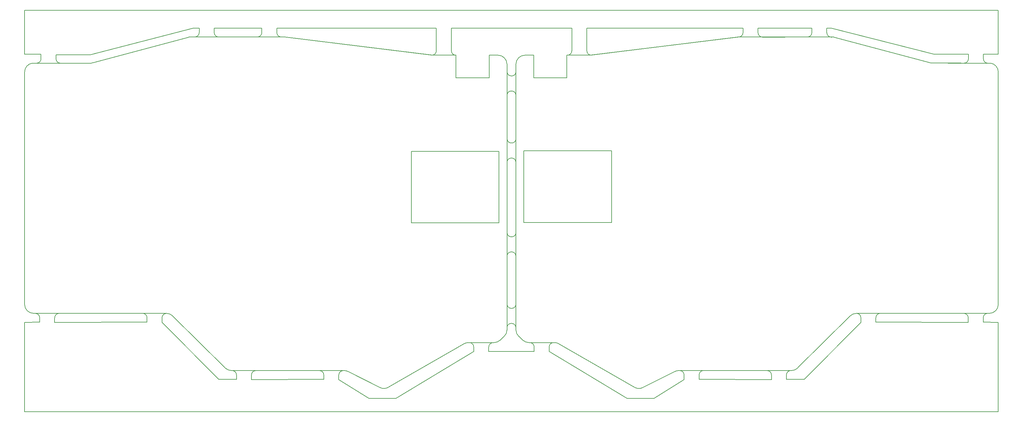
<source format=gm1>
G04 #@! TF.GenerationSoftware,KiCad,Pcbnew,(5.99.0-8557-g8988e46ab1)*
G04 #@! TF.CreationDate,2021-02-20T09:12:51-07:00*
G04 #@! TF.ProjectId,BlueSof_R3_Panel,426c7565-536f-4665-9f52-335f50616e65,rev?*
G04 #@! TF.SameCoordinates,PX85099e0PY51bada0*
G04 #@! TF.FileFunction,Profile,NP*
%FSLAX46Y46*%
G04 Gerber Fmt 4.6, Leading zero omitted, Abs format (unit mm)*
G04 Created by KiCad (PCBNEW (5.99.0-8557-g8988e46ab1)) date 2021-02-20 09:12:51*
%MOMM*%
%LPD*%
G01*
G04 APERTURE LIST*
G04 #@! TA.AperFunction,Profile*
%ADD10C,0.150000*%
G04 #@! TD*
G04 APERTURE END LIST*
D10*
X107705884Y-32640131D02*
G75*
G02*
X108955884Y-33890131I0J-1250000D01*
G01*
X-124775870Y-30148749D02*
G75*
G03*
X-122275870Y-32648749I2500000J0D01*
G01*
X28163606Y40801251D02*
X28163606Y47134015D01*
X-42403766Y-48648630D02*
G75*
G02*
X-41153767Y-49881512I0J-1250118D01*
G01*
X128558908Y37380380D02*
G75*
G03*
X128853082Y37351251I294174J1470871D01*
G01*
X-83366352Y-33375551D02*
G75*
G03*
X-85128672Y-32648749I-1762320J-1773198D01*
G01*
X10038606Y9551251D02*
X10055842Y-10012828D01*
X13343233Y-39113146D02*
X14481308Y-40163300D01*
X143141805Y-33890131D02*
X143141805Y-35122895D01*
X-77646918Y47134015D02*
X-106396918Y39634015D01*
X23341866Y-40825991D02*
G75*
G03*
X21827787Y-42050136I-262174J-1224145D01*
G01*
X83955884Y-49890130D02*
X83955884Y-51140130D01*
X147353082Y-60148749D02*
X-124775870Y-60131513D01*
X108955884Y-33890131D02*
X108955884Y-35140131D01*
X-122686867Y37317236D02*
G75*
G03*
X-124775870Y34851251I410997J-2465985D01*
G01*
X16176681Y-40825990D02*
G75*
G02*
X17641866Y-42067372I206710J-1241382D01*
G01*
X-124775870Y-35148749D02*
X-124775870Y-60131513D01*
X-120564593Y-33898749D02*
X-120564593Y-35131513D01*
X128558908Y37380380D02*
X101464075Y44617235D01*
X139014079Y38567236D02*
G75*
G02*
X137764079Y37317236I-1250000J0D01*
G01*
X59545057Y-49890130D02*
X59545057Y-51140130D01*
X-25452845Y-53391797D02*
X-34360251Y-48915001D01*
X-52493003Y44651251D02*
X-53039945Y44634015D01*
X24591866Y-41160926D02*
X45657393Y-53323113D01*
X147353082Y-30148749D02*
G75*
G02*
X144853082Y-32648749I-2500000J0D01*
G01*
X-90564593Y-33881513D02*
X-90564593Y-35131513D01*
X-36967845Y-49898748D02*
X-36967845Y-51148748D01*
X-65564593Y-49881512D02*
X-65564593Y-51131512D01*
X-75975866Y47151251D02*
X-77646918Y47134015D01*
X100660051Y47134015D02*
X129410051Y39817236D01*
X-120186867Y39817236D02*
X-124775870Y39817236D01*
X12538606Y37051251D02*
X12555842Y34987172D01*
X144391805Y-32640131D02*
G75*
G03*
X143141805Y-33890131I0J-1250000D01*
G01*
X-105543747Y37495370D02*
X-78886863Y44617236D01*
X-764654Y-40825989D02*
G75*
G02*
X749425Y-42058754I255180J-1232765D01*
G01*
X95249054Y45882580D02*
X95249054Y47132580D01*
X-91814593Y-32631513D02*
G75*
G02*
X-90564593Y-33881513I0J-1250000D01*
G01*
X-86378672Y-33898749D02*
X-86378672Y-35148749D01*
X-4200870Y39551251D02*
X-4200870Y33251251D01*
X143200000Y38550000D02*
X143200000Y39800000D01*
X63730978Y-51122894D02*
X83955884Y-51140130D01*
X-34360251Y-48915002D02*
G75*
G03*
X-35482916Y-48648748I-1122665J-2233747D01*
G01*
X93999054Y44632580D02*
X81451161Y44615344D01*
X-116000946Y38550000D02*
X-116000946Y39634015D01*
X-116378672Y-33898749D02*
X-116378672Y-35148749D01*
X80201161Y45865344D02*
X80201161Y47115344D01*
X17641866Y-43317372D02*
X4935346Y-43325990D01*
X10038606Y28301251D02*
G75*
G02*
X12538606Y28301251I1250000J0D01*
G01*
X-53039945Y44634015D02*
G75*
G02*
X-54289945Y45884015I0J1250000D01*
G01*
X43603082Y-56390131D02*
X51103082Y-56390131D01*
X-59725866Y44651251D02*
G75*
G03*
X-58475866Y45901251I0J1250000D01*
G01*
X-114750946Y37300000D02*
G75*
G02*
X-116000946Y38550000I0J1250000D01*
G01*
X17528082Y33251251D02*
X17528082Y39551251D01*
X21827787Y-42050136D02*
X21827787Y-43300136D01*
X-120186867Y38567236D02*
G75*
G02*
X-121436867Y37317236I-1250000J0D01*
G01*
X105943564Y-33375551D02*
G75*
G02*
X107705884Y-32648749I1762320J-1773198D01*
G01*
X-121814593Y-32648749D02*
X-122275870Y-32648749D01*
X82705884Y-48640130D02*
X64980978Y-48622894D01*
X-764654Y-40825990D02*
G75*
G03*
X-2014654Y-41160926I-1J-2500000D01*
G01*
X147353082Y39800000D02*
X147353082Y52134015D01*
X-86378672Y-35148749D02*
X-70564593Y-51131512D01*
X-120186867Y38567236D02*
X-120186867Y39817236D01*
X143200000Y39800000D02*
X147353082Y39800000D01*
X48030057Y-53391797D02*
X56937463Y-48915001D01*
X39253082Y12801251D02*
X14753082Y12801251D01*
X14753082Y12801251D02*
X14753082Y-7198749D01*
X14753082Y-7198749D02*
X39253082Y-7198749D01*
X39253082Y-7198749D02*
X39253082Y12801251D01*
X12555842Y-10012828D02*
G75*
G02*
X10055842Y-10012828I-1250000J0D01*
G01*
X-77225866Y44651251D02*
X-78475866Y44651251D01*
X-115128672Y-32648749D02*
G75*
G03*
X-116378672Y-33898749I0J-1250000D01*
G01*
X-58475866Y45901251D02*
X-58475866Y47151251D01*
X5049130Y39551251D02*
X7538606Y39551251D01*
X76010576Y45882580D02*
G75*
G02*
X74917442Y44646580I-1245336J0D01*
G01*
X-5525473Y40784015D02*
X-5525473Y47134015D01*
X63730978Y-49872894D02*
X63730978Y-51122894D01*
X17528082Y39551251D02*
X15038606Y39551251D01*
X64980978Y-48622894D02*
G75*
G03*
X63730978Y-49872894I0J-1250000D01*
G01*
X12538606Y37051251D02*
G75*
G02*
X15038606Y39551251I2500000J0D01*
G01*
X88141805Y-51122894D02*
X93141805Y-51122894D01*
X-9711394Y47134015D02*
X-54289945Y47134015D01*
X76015240Y45882580D02*
X76015240Y47132580D01*
X-77225866Y44651251D02*
G75*
G03*
X-75975866Y45901251I0J1250000D01*
G01*
X12538606Y-16698749D02*
X12555842Y-30012828D01*
X74917442Y44646580D02*
X33422387Y39555924D01*
X-52188028Y44632580D02*
X-10845175Y39555923D01*
X145264079Y37317236D02*
G75*
G02*
X147353082Y34851251I-410997J-2465985D01*
G01*
X17641866Y-42067372D02*
X17641866Y-43317372D01*
X-85128672Y-32648749D02*
G75*
G03*
X-86378672Y-33898749I0J-1250000D01*
G01*
X-78475866Y44651251D02*
G75*
G03*
X-78886863Y44617236I0J-2500000D01*
G01*
X101053078Y44651251D02*
X100684975Y44615344D01*
X-124775870Y39817236D02*
X-124775870Y52151251D01*
X28163606Y47134015D02*
X-5525473Y47134015D01*
X13343233Y-39113147D02*
G75*
G02*
X12538606Y-37275836I1695373J1837311D01*
G01*
X99434975Y45865344D02*
X99434975Y47115344D01*
X-25452845Y-53391797D02*
G75*
G03*
X-23080181Y-53323113I1122664J2233747D01*
G01*
X23341866Y-40825990D02*
G75*
G02*
X24591866Y-41160926I1J-2500000D01*
G01*
X88141805Y-49872894D02*
X88141805Y-51122894D01*
X9233979Y-39113147D02*
G75*
G03*
X10038606Y-37275836I-1695373J1837311D01*
G01*
X-90564593Y-35131513D02*
X-116378672Y-35148749D01*
X80201161Y45865344D02*
G75*
G03*
X81451161Y44615344I1250000J0D01*
G01*
X4935346Y-42075990D02*
X4935346Y-43325990D01*
X9233979Y-39113146D02*
X8095904Y-40163300D01*
X-121814593Y-32648749D02*
G75*
G02*
X-120564593Y-33898749I0J-1250000D01*
G01*
X-21025870Y-56398749D02*
X-28525870Y-56398749D01*
X138955884Y-33890131D02*
X138955884Y-35140131D01*
X-65564593Y-51131512D02*
X-70564593Y-51131512D01*
X137705884Y-32640131D02*
X114391805Y-32622895D01*
X-41153766Y-49881512D02*
X-41153766Y-51131512D01*
X99434975Y45865344D02*
G75*
G03*
X100684975Y44615344I1250000J0D01*
G01*
X129410051Y39817236D02*
X139014079Y39817236D01*
X59545057Y-51140130D02*
X51103082Y-56390131D01*
X89391805Y-48622894D02*
G75*
G03*
X88141805Y-49872894I0J-1250000D01*
G01*
X-52188028Y44632579D02*
G75*
G03*
X-52493003Y44651251I-304975J-2481328D01*
G01*
X12555842Y16237172D02*
G75*
G02*
X10055842Y16237172I-1250000J0D01*
G01*
X12538606Y28301251D02*
X12555842Y16237172D01*
X749425Y-43308754D02*
X-21025870Y-56398749D01*
X-68730164Y-47921946D02*
X-83366352Y-33375551D01*
X6397412Y-40844110D02*
G75*
G03*
X4935346Y-42075990I-212066J-1231880D01*
G01*
X-16675870Y12651251D02*
X7824130Y12651251D01*
X7824130Y12651251D02*
X7824130Y-7348749D01*
X7824130Y-7348749D02*
X-16675870Y-7348749D01*
X-16675870Y-7348749D02*
X-16675870Y12651251D01*
X-36967845Y-51148748D02*
X-28525870Y-56398749D01*
X76015240Y47132580D02*
X32349527Y47134015D01*
X-60128672Y-48648748D02*
G75*
G03*
X-61378672Y-49898748I0J-1250000D01*
G01*
X26778082Y33251251D02*
X17528082Y33251251D01*
X48030057Y-53391797D02*
G75*
G02*
X45657393Y-53323113I-1122664J2233747D01*
G01*
X10038606Y-16698749D02*
G75*
G02*
X12538606Y-16698749I1250000J0D01*
G01*
X10038606Y9551251D02*
G75*
G02*
X12538606Y9551251I1250000J0D01*
G01*
X10038606Y-36698749D02*
G75*
G02*
X12538606Y-36698749I1250000J0D01*
G01*
X-105543747Y37495370D02*
G75*
G02*
X-106186867Y37317236I-643120J1071867D01*
G01*
X145264079Y37317236D02*
X144450000Y37300000D01*
X-35486958Y-48670256D02*
G75*
G03*
X-36967845Y-49898748I-230887J-1228492D01*
G01*
X143141805Y-35122895D02*
X147353082Y-35140131D01*
X-121436867Y37317236D02*
X-122686867Y37317236D01*
X114391805Y-32622895D02*
G75*
G03*
X113141805Y-33872895I0J-1250000D01*
G01*
X95249054Y45882580D02*
G75*
G02*
X93999054Y44632580I-1250000J0D01*
G01*
X-58475866Y47151251D02*
X-71789945Y47134015D01*
X16176681Y-40825990D02*
G75*
G02*
X14481308Y-40163301I0J2500000D01*
G01*
X10055842Y34987172D02*
X10038606Y37051251D01*
X91307376Y-47921946D02*
G75*
G02*
X89545057Y-48648748I-1762319J1773198D01*
G01*
X21827787Y-43300136D02*
X43603082Y-56390131D01*
X95249054Y47132580D02*
X80201161Y47115344D01*
X82705884Y-48640130D02*
G75*
G02*
X83955884Y-49890130I0J-1250000D01*
G01*
X-75975866Y45901251D02*
X-75975866Y47151251D01*
X-66967845Y-48648748D02*
G75*
G02*
X-65564593Y-49881512I160131J-1232764D01*
G01*
X10055842Y-30012828D02*
X10038606Y-16698749D01*
X-54289945Y45884015D02*
X-54289945Y47134015D01*
X32349527Y40784015D02*
X32349527Y47134015D01*
X12538606Y-37275836D02*
X12538606Y-36698749D01*
X10038606Y37051251D02*
G75*
G03*
X7538606Y39551251I-2500000J0D01*
G01*
X-124775870Y-30148749D02*
X-124775870Y34851251D01*
X113141805Y-35122895D02*
X138955884Y-35140131D01*
X101053078Y44651251D02*
G75*
G02*
X101464075Y44617236I0J-2500000D01*
G01*
X-61378672Y-49898748D02*
X-61378672Y-51148748D01*
X-9710655Y40801251D02*
G75*
G02*
X-10845175Y39555923I-1250739J0D01*
G01*
X749425Y-42058754D02*
X749425Y-43308754D01*
X-91814593Y-32631513D02*
X-115128672Y-32648749D01*
X58295057Y-48640130D02*
X58060128Y-48648748D01*
X6400531Y-40825990D02*
G75*
G03*
X8095904Y-40163301I0J2500000D01*
G01*
X91307376Y-47921946D02*
X105943564Y-33375551D01*
X-124775870Y52151251D02*
X147353082Y52134015D01*
X5049130Y33251251D02*
X5049130Y39551251D01*
X113141805Y-33872895D02*
X113141805Y-35122895D01*
X-114750946Y37300000D02*
X-106186867Y37317236D01*
X137764079Y37317236D02*
X128853082Y37351251D01*
X108955884Y-35140131D02*
X93141805Y-51122894D01*
X26778082Y39551251D02*
X26778082Y33251251D01*
X-59725866Y44651251D02*
X-70539945Y44634015D01*
X58295057Y-48640130D02*
G75*
G02*
X59545057Y-49890130I0J-1250000D01*
G01*
X56937463Y-48915002D02*
G75*
G02*
X58060128Y-48648748I1122665J-2233747D01*
G01*
X143200000Y38550000D02*
G75*
G03*
X144450000Y37300000I1250000J0D01*
G01*
X-120564593Y-35131513D02*
X-124775870Y-35148749D01*
X137705884Y-32640131D02*
G75*
G02*
X138955884Y-33890131I0J-1250000D01*
G01*
X139014079Y38567236D02*
X139014079Y39817236D01*
X147353082Y-35140131D02*
X147353082Y-60148749D01*
X-41153766Y-51131512D02*
X-61378672Y-51148748D01*
X-71789945Y45884015D02*
G75*
G03*
X-70539945Y44634015I1250000J0D01*
G01*
X10038606Y-37275836D02*
X10038606Y-36698749D01*
X-68730164Y-47921946D02*
G75*
G03*
X-66967845Y-48648748I1762319J1773198D01*
G01*
X12555842Y34987172D02*
G75*
G02*
X10055842Y34987172I-1250000J0D01*
G01*
X-42403766Y-48648630D02*
X-60128672Y-48648748D01*
X-4200870Y33251251D02*
X5049130Y33251251D01*
X99434975Y47115344D02*
X100660051Y47134015D01*
X-2014654Y-41160926D02*
X-23080181Y-53323113D01*
X12555842Y-10012828D02*
X12538606Y9551251D01*
X-5510492Y40784015D02*
G75*
G03*
X-4200870Y39551251I1235019J0D01*
G01*
X-106396918Y39634015D02*
X-116000946Y39634015D01*
X-9711394Y40801251D02*
X-9711394Y47134015D01*
X144853082Y-32648749D02*
X144391805Y-32640131D01*
X10055842Y16237172D02*
X10038606Y28301251D01*
X32358726Y40784015D02*
G75*
G03*
X33422387Y39555924I1240801J0D01*
G01*
X147353082Y-30148749D02*
X147353082Y34851251D01*
X28163605Y40801251D02*
G75*
G02*
X26778082Y39551251I-1256628J0D01*
G01*
X12555842Y-30012828D02*
G75*
G02*
X10055842Y-30012828I-1250000J0D01*
G01*
X-71789945Y45884015D02*
X-71789945Y47134015D01*
X101053078Y44651251D02*
G75*
G02*
X101464075Y44617236I0J-2500000D01*
G01*
X91307376Y-47921946D02*
X105943564Y-33375551D01*
X26778082Y33251251D02*
X17528082Y33251251D01*
X16176681Y-40825990D02*
G75*
G02*
X14481308Y-40163301I0J2500000D01*
G01*
X17528082Y39551251D02*
X15038606Y39551251D01*
X105943564Y-33375551D02*
G75*
G02*
X107705884Y-32648749I1762320J-1773198D01*
G01*
X74765240Y44632579D02*
G75*
G02*
X75070215Y44651251I304975J-2481328D01*
G01*
X13343233Y-39113147D02*
G75*
G02*
X12538606Y-37275836I1695373J1837311D01*
G01*
X101053077Y44651251D02*
X75070215Y44651252D01*
X23341866Y-40825990D02*
G75*
G02*
X24591866Y-41160926I1J-2500000D01*
G01*
X145264079Y37317236D02*
G75*
G02*
X147353082Y34851251I-410997J-2465985D01*
G01*
X33269614Y39551251D02*
X26778082Y39551251D01*
X58060128Y-48648748D02*
X89545057Y-48648748D01*
X74765240Y44632580D02*
X33574589Y39569922D01*
X24591866Y-41160926D02*
X45657393Y-53323113D01*
X12538606Y-37275836D02*
X12538606Y37051251D01*
X147353082Y-30148749D02*
X147353082Y34851251D01*
X128558908Y37380380D02*
G75*
G03*
X128853082Y37351251I294174J1470871D01*
G01*
X91307376Y-47921946D02*
G75*
G02*
X89545057Y-48648748I-1762319J1773198D01*
G01*
X33574589Y39569923D02*
G75*
G02*
X33269614Y39551251I-304975J2481328D01*
G01*
X107705884Y-32648749D02*
X144853082Y-32648749D01*
X128558908Y37380380D02*
X101464075Y44617235D01*
X12538606Y37051251D02*
G75*
G02*
X15038606Y39551251I2500000J0D01*
G01*
X145264079Y37317236D02*
X128853082Y37351251D01*
X16176680Y-40825990D02*
X23341866Y-40825990D01*
X26778082Y39551251D02*
X26778082Y33251251D01*
X48030057Y-53391797D02*
G75*
G02*
X45657393Y-53323113I-1122664J2233747D01*
G01*
X56937463Y-48915002D02*
G75*
G02*
X58060128Y-48648748I1122665J-2233747D01*
G01*
X48030057Y-53391797D02*
X56937463Y-48915001D01*
X17528082Y33251251D02*
X17528082Y39551251D01*
X13343233Y-39113146D02*
X14481308Y-40163300D01*
X39253082Y12801251D02*
X14753082Y12801251D01*
X14753082Y12801251D02*
X14753082Y-7198749D01*
X14753082Y-7198749D02*
X39253082Y-7198749D01*
X39253082Y-7198749D02*
X39253082Y12801251D01*
X147353082Y-30148749D02*
G75*
G02*
X144853082Y-32648749I-2500000J0D01*
G01*
X-78475866Y44651251D02*
G75*
G03*
X-78886863Y44617236I0J-2500000D01*
G01*
X-68730164Y-47921946D02*
X-83366352Y-33375551D01*
X-4200870Y33251251D02*
X5049130Y33251251D01*
X6400531Y-40825990D02*
G75*
G03*
X8095904Y-40163301I0J2500000D01*
G01*
X5049130Y39551251D02*
X7538606Y39551251D01*
X-83366352Y-33375551D02*
G75*
G03*
X-85128672Y-32648749I-1762320J-1773198D01*
G01*
X-52188028Y44632579D02*
G75*
G03*
X-52493003Y44651251I-304975J-2481328D01*
G01*
X9233979Y-39113147D02*
G75*
G03*
X10038606Y-37275836I-1695373J1837311D01*
G01*
X-78475865Y44651251D02*
X-52493003Y44651252D01*
X-764654Y-40825990D02*
G75*
G03*
X-2014654Y-41160926I-1J-2500000D01*
G01*
X-122686867Y37317236D02*
G75*
G03*
X-124775870Y34851251I410997J-2465985D01*
G01*
X-10692402Y39551251D02*
X-4200870Y39551251D01*
X-35482916Y-48648748D02*
X-66967845Y-48648748D01*
X-52188028Y44632580D02*
X-10997377Y39569922D01*
X-2014654Y-41160926D02*
X-23080181Y-53323113D01*
X-122686867Y37317236D02*
X-106186867Y37317236D01*
X10038606Y-37275836D02*
X10038606Y37051251D01*
X-124775870Y-30148749D02*
X-124775870Y34851251D01*
X-68730164Y-47921946D02*
G75*
G03*
X-66967845Y-48648748I1762319J1773198D01*
G01*
X-10997377Y39569923D02*
G75*
G03*
X-10692402Y39551251I304975J2481328D01*
G01*
X-85128672Y-32648749D02*
X-122275870Y-32648749D01*
X10038606Y37051251D02*
G75*
G03*
X7538606Y39551251I-2500000J0D01*
G01*
X6400532Y-40825990D02*
X-764654Y-40825990D01*
X-4200870Y39551251D02*
X-4200870Y33251251D01*
X-25452845Y-53391797D02*
G75*
G03*
X-23080181Y-53323113I1122664J2233747D01*
G01*
X-34360251Y-48915002D02*
G75*
G03*
X-35482916Y-48648748I-1122665J-2233747D01*
G01*
X-25452845Y-53391797D02*
X-34360251Y-48915001D01*
X-105543747Y37495370D02*
G75*
G02*
X-106186867Y37317236I-643120J1071867D01*
G01*
X5049130Y33251251D02*
X5049130Y39551251D01*
X9233979Y-39113146D02*
X8095904Y-40163300D01*
X-16675870Y12651251D02*
X7824130Y12651251D01*
X7824130Y12651251D02*
X7824130Y-7348749D01*
X7824130Y-7348749D02*
X-16675870Y-7348749D01*
X-16675870Y-7348749D02*
X-16675870Y12651251D01*
X-124775870Y-30148749D02*
G75*
G03*
X-122275870Y-32648749I2500000J0D01*
G01*
X-105543747Y37495370D02*
X-78886863Y44617236D01*
M02*

</source>
